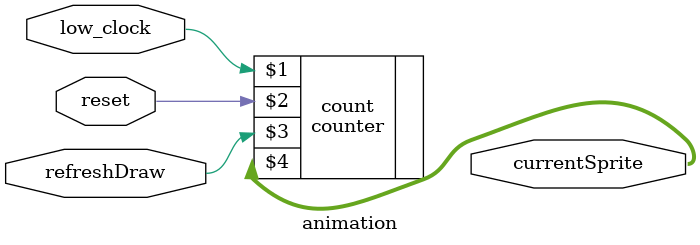
<source format=sv>
module animation(input logic low_clock, reset, refreshDraw,
								output logic [1:0] currentSprite);

	counter count(low_clock, reset, refreshDraw, currentSprite);

endmodule 

</source>
